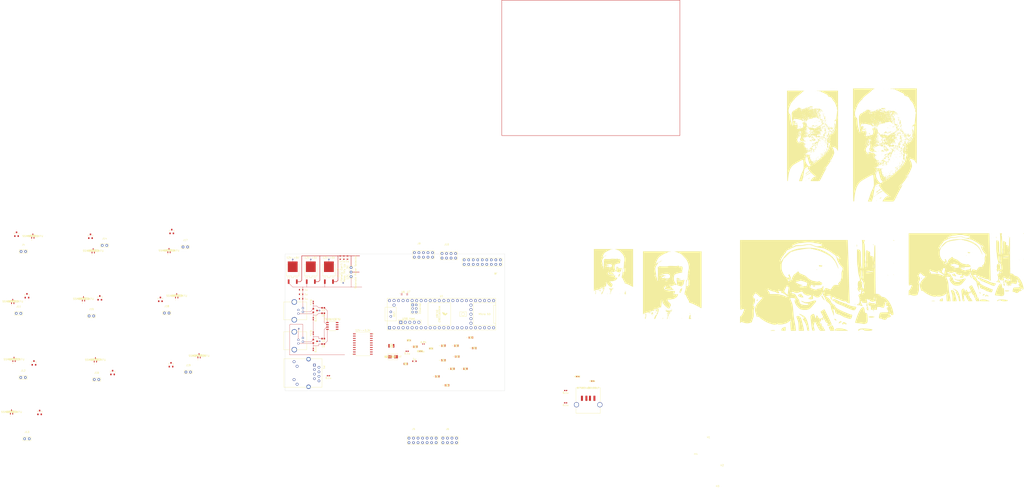
<source format=kicad_pcb>
(kicad_pcb (version 20220331) (generator pcbnew)
  (layers (0 "F.Cu" signal) (31 "B.Cu" signal) (34 "B.Paste" user) (35 "F.Paste" user) (36 "B.SilkS" user "B.Silkscreen") (37 "F.SilkS" user "F.Silkscreen") (38 "B.Mask" user) (39 "F.Mask" user) (44 "Edge.Cuts" user))
  (net 0 "")
  (net 1 "GND")
  (net 2 "/RS485_B_12V")
  (net 3 "Net-(C4-Pad2)")
  (net 4 "Net-(C5-Pad2)")
  (net 5 "Net-(C6-Pad2)")
  (net 6 "+5V")
  (net 7 "Net-(P1-RCT)")
  (net 8 "/RS485_A_12V")
  (net 9 "+3V3")
  (net 10 "Net-(U8-BIAS)")
  (net 11 "Net-(C27-Pad2)")
  (net 12 "Net-(J4-Pin_1)")
  (net 13 "/GPIO_0")
  (net 14 "Net-(J11-Pin_1)")
  (net 15 "/GPIO_3")
  (net 16 "Net-(J12-Pin_1)")
  (net 17 "/GPIO_6")
  (net 18 "Net-(J13-Pin_1)")
  (net 19 "/GPIO_9")
  (net 20 "Net-(J14-Pin_1)")
  (net 21 "/GPIO_1")
  (net 22 "Net-(J15-Pin_1)")
  (net 23 "/GPIO_4")
  (net 24 "Net-(J16-Pin_1)")
  (net 25 "/GPIO_7")
  (net 26 "Net-(U8-SW)")
  (net 27 "Net-(J17-Pin_1)")
  (net 28 "/GPIO_2")
  (net 29 "Net-(J18-Pin_1)")
  (net 30 "/GPIO_5")
  (net 31 "Net-(J19-Pin_1)")
  (net 32 "/GPIO_8")
  (net 33 "/USB_D+")
  (net 34 "/USB_D-")
  (net 35 "/Solenoid_Power")
  (net 36 "/I2C_2_SCL")
  (net 37 "/I2C_2_SDA")
  (net 38 "/GPIO_10")
  (net 39 "/SPI_1_CS")
  (net 40 "/SPI_1_MISO")
  (net 41 "/SPI_1_MOSI")
  (net 42 "/SPI_1_SCK")
  (net 43 "/SPI_0_SCK")
  (net 44 "/SPI_0_MOSI")
  (net 45 "/SPI_0_MISO")
  (net 46 "/SPI_0_CS_0")
  (net 47 "/SPI_0_CS_1")
  (net 48 "/GPIO_16")
  (net 49 "/GPIO_17")
  (net 50 "/GPIO_18")
  (net 51 "/GPIO_19")
  (net 52 "/GPIO_20")
  (net 53 "/GPIO_11")
  (net 54 "/GPIO_12")
  (net 55 "/GPIO_13")
  (net 56 "/GPIO_14")
  (net 57 "/GPIO_15")
  (net 58 "/I2C_0_SDA")
  (net 59 "/I2C_0_SCL")
  (net 60 "/I2C_1_SCL")
  (net 61 "/I2C_1_SDA")
  (net 62 "/Encoder_1_CW")
  (net 63 "/Encoder_1_CCW")
  (net 64 "/Encoder_0_CW")
  (net 65 "/Encoder_0_CCW")
  (net 66 "/T+_Ethernet")
  (net 67 "/T-_Ethernet")
  (net 68 "/R+_Ethernet")
  (net 69 "/R-_Ethernet")
  (net 70 "/LED_Ethernet")
  (net 71 "Net-(U5-A)")
  (net 72 "Net-(U5-B)")
  (net 73 "Net-(U5-Z)")
  (net 74 "Net-(U5-Y)")
  (net 75 "Net-(U8-PWRGD)")
  (net 76 "Net-(U8-COMP)")
  (net 78 "/V_USB")
  (net 79 "Net-(U1-23_A9_CRX1_MCLK1)")
  (net 80 "Net-(U1-22_A8_CTX1)")
  (net 81 "Net-(U1-21_A7_RX5_BCLK1)")
  (net 82 "Net-(U1-20_A6_TX5_LRCLK1)")
  (net 83 "/RS485_TXD")
  (net 84 "/RS485_RXD")
  (net 85 "/USB_IN_D+")
  (net 86 "/USB_IN_D-")
  (net 87 "Net-(D2-Pad2)")
  (footprint "12V5V Regulator:MC78M05CDTRKG" (layer "F.Cu") (at 33.274 32.22625)
    (fp_text reference "U4" hide)
    (fp_text value "12V->5V")
  )
  (footprint "Toshiba MOSFET:SSM3K7002KFU" (layer "F.Cu") (at -19.304 80.264)
    (fp_text reference "MOSFET10")
    (fp_text value "SSM3K7002KFU")
  )
  (footprint "Toshiba MOSFET:SSM3K7002KFU" (layer "F.Cu") (at -78.74 21.336)
    (fp_text reference "MOSFET5")
    (fp_text value "SSM3K7002KFU")
  )
  (footprint "Ethernet:J1B1211CCD" (layer "F.Cu") (at 39.116 89.916 -90)
    (fp_text reference "P1")
    (fp_text value "J1B1211CCD")
  )
  (footprint "0.1 uF Cap:0402YC104KAT2A" (layer "F.Cu") (at 186.467999 106.68)
    (fp_text reference "C12" hide)
    (fp_text value "0.1u")
  )
  (footprint "Toshiba MOSFET:SSM3K7002KFU" (layer "F.Cu") (at -123.19 82.296)
    (fp_text reference "MOSFET3")
    (fp_text value "SSM3K7002KFU")
  )
  (footprint "MountingHole:MountingHole_2.5mm" (layer "F.Cu") (at 266.7 129.54)
    (fp_text reference "H1")
    (fp_text value "MountingHole")
  )
  (footprint "Dual Diode:PESD1FLEX215" (layer "F.Cu") (at -75.046 47.808)
    (fp_text reference "D8" hide)
    (fp_text value "PESD1FLEX,215")
  )
  (footprint "10 nF Cap:0402YC103KAT2A" (layer "F.Cu") (at 201.707999 94.488)
    (fp_text reference "C14")
    (fp_text value "10n")
  )
  (footprint "10 Res:RNCP0603FTD10R0" (layer "F.Cu") (at 50.409413 70.612)
    (fp_text reference "R2" hide)
    (fp_text value "10")
  )
  (footprint "1 uF Cap:C1608X7R1C105K080AC" (layer "F.Cu") (at 61.976 25.146 90)
    (fp_text reference "C8" hide)
    (fp_text value "1u")
  )
  (footprint "1 uF Cap:C1608X7R1C105K080AC" (layer "F.Cu") (at 37.973 43.18)
    (fp_text reference "C3" hide)
    (fp_text value "1u")
  )
  (footprint "Toshiba MOSFET:SSM3K7002KFU" (layer "F.Cu") (at -36.180001 21.207499)
    (fp_text reference "MOSFET8")
    (fp_text value "SSM3K7002KFU")
  )
  (footprint "Toshiba MOSFET:SSM3K7002KFU" (layer "F.Cu") (at -77.499998 82.553002)
    (fp_text reference "MOSFET7")
    (fp_text value "SSM3K7002KFU")
  )
  (footprint "Toshiba MOSFET:SSM3K7002KFU" (layer "F.Cu") (at -123.922002 49.784)
    (fp_text reference "MOSFET2")
    (fp_text value "SSM3K7002KFU")
  )
  (footprint "look of disapproval:look of disapproval" (layer "F.Cu") (at 58.810587 33.782 90)
    (fp_text reference "G***" hide)
    (fp_text value "LOGO" hide)
  )
  (footprint "Toshiba MOSFET:SSM3K7002KFU" (layer "F.Cu") (at -84.19 48.316)
    (fp_text reference "MOSFET6")
    (fp_text value "SSM3K7002KFU")
  )
  (footprint "12V5V Regulator:MC78M05CDTRKG" (layer "F.Cu") (at 53.594 32.22625)
    (fp_text reference "U3" hide)
    (fp_text value "12V->5V")
  )
  (footprint "10 Res:RNCP0603FTD10R0" (layer "F.Cu") (at 50.409413 56.388)
    (fp_text reference "R3" hide)
    (fp_text value "10")
  )
  (footprint "Dual Diode:PESD1FLEX215" (layer "F.Cu") (at -67.849398 89.732002)
    (fp_text reference "D9" hide)
    (fp_text value "PESD1FLEX,215")
  )
  (footprint "0.1 uF Cap:0402YC104KAT2A" (layer "F.Cu") (at 44.821413 76.708 90)
    (fp_text reference "C6" hide)
    (fp_text value "0.1u")
  )
  (footprint "look of disapproval:Deep Fried Joe 2.5in" (layer "F.Cu") (at 365.76 -38.1)
    (fp_text reference "G***")
    (fp_text value "LOGO" hide)
  )
  (footprint "Dual Diode:PESD1FLEX215" (layer "F.Cu") (at -35.052 85.344)
    (fp_text reference "D13" hide)
    (fp_text value "PESD1FLEX,215")
  )
  (footprint "22 uF Cap:CL21A226MQQNNNE" (layer "F.Cu") (at 135.216 75.936)
    (fp_text reference "C18")
    (fp_text value "22u")
  )
  (footprint "Header:Conn_1x2" (layer "F.Cu") (at -117.206001 126.871499)
    (fp_text reference "J13")
    (fp_text value "Conn_01x02_Male")
  )
  (footprint "Header:Conn_2x4" (layer "F.Cu") (at 117.094 25.4)
    (fp_text reference "J10")
    (fp_text value "Encoder")
  )
  (footprint "0.1 uF Cap:0402YC104KAT2A" (layer "F.Cu") (at 44.821413 67.564 -90)
    (fp_text reference "C4" hide)
    (fp_text value "0.1u")
  )
  (footprint "Dual Diode:PESD1FLEX215" (layer "F.Cu") (at -80.264 13.208)
    (fp_text reference "D7" hide)
    (fp_text value "PESD1FLEX,215")
  )
  (footprint "MountingHole:MountingHole_2.5mm" (layer "F.Cu") (at 274.32 145.288)
    (fp_text reference "H2")
    (fp_text value "MountingHole")
  )
  (footprint "20K Res:SR1-0805-320" (layer "F.Cu") (at 96.7105 84.836)
    (fp_text reference "R5")
    (fp_text value "20k")
  )
  (footprint "Toshiba MOSFET:SSM3K7002KFU" (layer "F.Cu") (at -112.634001 13.079499)
    (fp_text reference "MOSFET1")
    (fp_text value "SSM3K7002KFU")
  )
  (footprint "22 uF Cap:CL21A226MQQNNNE" (layer "F.Cu") (at 125.146 74.614)
    (fp_text reference "C29")
    (fp_text value "22u")
  )
  (footprint "0.1 uF Cap:0402YC104KAT2A" (layer "F.Cu") (at 44.821413 59.436 90)
    (fp_text reference "C7" hide)
    (fp_text value "0.1u")
  )
  (footprint "Header:Conn_2x5" (layer "F.Cu") (at 101.6 24.892)
    (fp_text reference "J9")
    (fp_text value "I2C 1-2")
  )
  (footprint "look of disapproval:Cauchy Bowser Seal 1.5in" (layer "F.Cu") (at 246.38 40.64)
    (fp_text reference "G***")
    (fp_text value "LOGO" hide)
  )
  (footprint "22 uF Cap:CL21A226MQQNNNE" (layer "F.Cu") (at 117.856 74.614)
    (fp_text reference "C24")
    (fp_text value "22u")
  )
  (footprint "10 nF Cap:0402YC103KAT2A" (layer "F.Cu") (at 193.271999 91.922)
    (fp_text reference "C13")
    (fp_text value "10n")
  )
  (footprint "22 uF Cap:CL21A226MQQNNNE" (layer "F.Cu") (at 133.274 70.042)
    (fp_text reference "C23")
    (fp_text value "22u")
  )
  (footprint "Toshiba MOSFET:SSM3K7002KFU" (layer "F.Cu") (at -124.584001 111.823499)
    (fp_text reference "MOSFET4")
    (fp_text value "SSM3K7002KFU")
  )
  (footprint "Nexperia Level Shifter:74AXP2T3407GSX" (layer "F.Cu") (at 97.536 45.72)
    (fp_text reference "U7")
    (fp_text value "74AXP2T3407GSX")
  )
  (footprint "Dual Diode:PESD1FLEX215" (layer "F.Cu") (at 45.837413 54.864 -90)
    (fp_text reference "D2" hide)
    (fp_text value "PESD1FLEX,215")
  )
  (footprint "Header:Conn_1x2" (layer "F.Cu") (at -81.026 57.912)
    (fp_text reference "J15")
    (fp_text value "Conn_01x02_Male")
  )
  (footprint "22 uF Cap:CL21A226MQQNNNE" (layer "F.Cu") (at 114.478 91.886)
    (fp_text reference "C21")
    (fp_text value "22u")
  )
  (footprint "look of disapproval:Deep Fried Joe 2in" (layer "F.Cu") (at 325.12 -43.18)
    (fp_text reference "G***")
    (fp_text value "LOGO" hide)
  )
  (footprint "22 uF Cap:CL21A226MQQNNNE" (layer "F.Cu") (at 122.916 87.616)
    (fp_text reference "C30")
    (fp_text value "22u")
  )
  (footprint "RS485:MTJ-642BX2" (layer "F.Cu") (at 33.601413 63.963)
    (fp_text reference "J2" hide)
    (fp_text value "TX_PORT")
  )
  (footprint "Header:Conn_2x7" (layer "F.Cu") (at 98.552 129.032)
    (fp_text reference "J5")
    (fp_text value "GPIO Bank 0")
  )
  (footprint "10K Res:SR1-0603-310" (layer "F.Cu") (at 98.552 71.628)
    (fp_text reference "R7")
    (fp_text value "10K")
  )
  (footprint "10 Res:RNCP0603FTD10R0" (layer "F.Cu") (at 50.409413 73.66)
    (fp_text reference "R1" hide)
    (fp_text value "10")
  )
  (footprint "Nexperia Level Shifter:74AXP2T3407GSX" (layer "F.Cu") (at 94.466 45.72)
    (fp_text reference "U6")
    (fp_text value "74AXP2T3407GSX")
  )
  (footprint "Header:Conn_1x2" (layer "F.Cu") (at -78.119999 93.600501)
    (fp_text reference "J16")
    (fp_text value "Conn_01x02_Male")
  )
  (footprint "0.01 uF cap:CL05B103KO5NNNC" (layer "F.Cu") (at 105.156 77.724)
    (fp_text reference "C25")
    (fp_text value "0.01u")
  )
  (footprint "0.1 uF Cap:0402YC104KAT2A" (layer "F.Cu") (at 44.821413 50.292 -90)
    (fp_text reference "C5" hide)
    (fp_text value "0.1u")
  )
  (footprint "Header:Conn_2x9" (layer "F.Cu") (at 149.86 26.416 180)
    (fp_text reference "J8")
    (fp_text value "GPIO Bank 1")
  )
  (footprint "12V5V Regulator:MC78M05CDTRKG" (layer "F.Cu") (at 43.434 32.22625)
    (fp_text reference "U2" hide)
    (fp_text value "12V->5V")
  )
  (footprint "CDBA340-HF Diode:CDBA340-HF" (layer "F.Cu") (at 89.536751 80.8355)
    (fp_text reference "D10")
    (fp_text value "CDBA340-HF")
  )
  (footprint "Header:Conn_1x2" (layer "F.Cu") (at -119.38 92.456)
    (fp_text reference "J12")
    (fp_text value "Conn_01x02_Male")
  )
  (footprint "22 uF Cap:CL21A226MQQNNNE" (layer "F.Cu") (at 119.956 96.846)
    (fp_text reference "C20")
    (fp_text value "22u")
  )
  (footprint "look of disapproval:test 1.5in" (layer "F.Cu") (at 411.48 30.48)
    (fp_text reference "G***")
    (fp_text value "LOGO" hide)
  )
  (footprint "Dual Diode:PESD1FLEX215" (layer "F.Cu") (at -121.778001 12.063499)
    (fp_text reference "D3" hide)
    (fp_text value "PESD1FLEX,215")
  )
  (footprint "33SW:MIC2178-33YWM" (layer "F.Cu") (at 72.644 73.66)
    (fp_text reference "U8" hide)
    (fp_text value "12V->3.3V")
  )
  (footprint "Header:Conn_1x2" (layer "F.Cu") (at -26.67 89.408)
    (fp_text reference "J19")
    (fp_text value "Conn_01x02_Male")
  )
  (footprint "Header:Conn_1x2" (layer "F.Cu") (at -119.238001 21.715499)
    (fp_text reference "J4")
    (fp_text value "Conn_01x02_Male")
  )
  (footprint "RS485 To UART:ISL83490IBZ" (layer "F.Cu") (at 55.489413 63.5 180)
    (fp_text reference "U5" hide)
    (fp_text value "ISL83490IBZ")
  )
  (footprint "1 uF Cap:C1608X7R1C105K080AC" (layer "F.Cu") (at 59.944 25.146 90)
    (fp_text reference "C10" hide)
    (fp_text value "1u")
  )
  (footprint "22 uF Cap:CL21A226MQQNNNE" (layer "F.Cu") (at 130.206 87.616)
    (fp_text reference "C22")
    (fp_text value "22u")
  )
  (footprint "Header:Conn_1x2" (layer "F.Cu") (at -73.66 18.288)
    (fp_text reference "J14")
    (fp_text value "Conn_01x02_Male")
  )
  (footprint "look of disapproval:test 2in" (layer "F.Cu") (at 327.66 40.64)
    (fp_text reference "G***")
    (fp_text value "LOGO" hide)
  )
  (footprint "0.1 uF Cap:0402YC104KAT2A" (layer "F.Cu") (at 53.34 91.44)
    (fp_text reference "C15" hide)
    (fp_text value "0.1u")
  )
  (footprint "33 uH Inductor:LB3218T330K" (layer "F.Cu") (at 88.63965 74.676)
    (fp_text reference "L1")
    (fp_text value "33u")
  )
  (footprint "1 uF Cap:C1608X7R1C105K080AC" (layer "F.Cu") (at 64.008 25.146 90)
    (fp_text reference "C9" hide)
    (fp_text value "1u")
  )
  (footprint "Header:Conn_1x2" (layer "F.Cu") (at -28.306001 19.175499)
    (fp_text reference "J17")
    (fp_text value "Conn_01x02_Male")
  )
  (footprint "Teensy:Teensy41" (layer "F.Cu") (at 116.84 56.896)
    (fp_text reference "U1")
    (fp_text value "Teensy4.1")
  )
  (footprint "USB 2.0 Type A:87583-2010BLF" (layer "F.Cu") (at 199.143944 105.361427)
    (fp_text reference "J3")
    (fp_text value "87583-2010BLF")
  )
  (footprint "10 Res:RNCP0603FTD10R0" (layer "F.Cu") (at 50.409413 53.34)
    (fp_text reference "R4" hide)
    (fp_text value "10")
  )
  (footprint "look of disapproval:Cauchy Bowser Seal 1in" (layer "F.Cu") (at 213.36 33.02)
    (fp_text reference "G***")
    (fp_text value "LOGO" hide)
  )
  (footprint "Header:Conn_1x2" (layer "F.Cu") (at -38.720001 56.259499)
    (fp_text reference "J18")
    (fp_text value "Conn_01x02_Male")
  )
  (footprint "MountingHole:MountingHole_2.5mm" (layer "F.Cu") (at 271.78 156.972)
    (fp_text reference "H3")
    (fp_text value "MountingHole")
  )
  (footprint "Dual Diode:PESD1FLEX215" (layer "F.Cu") (at -115.936001 46.607499)
    (fp_text reference "D4" hide)
    (fp_text value "PESD1FLEX,215")
  )
  (footprint "6.8 nF Cap:0402B682K500CT" (layer "F.Cu") (at 106.68 73.66)
    (fp_text reference "C27" hide)
    (fp_text value "6.8n")
  )
  (footprint "Dual Diode:PESD1FLEX215" (layer "F.Cu") (at 45.837413 72.136 -90)
    (fp_text reference "D1" hide)
    (fp_text value "PESD1FLEX,215")
  )
  (footprint "0.1 uF Cap:0402YC104KAT2A" (layer "F.Cu") (at 97.536 77.724)
    (fp_text reference "C28" hide)
    (fp_text value "0.1u")
  )
  (footprint "Dual Diode:PESD1FLEX215" (layer "F.Cu") (at -108.824001 112.139499)
    (fp_text reference "D6" hide)
    (fp_text value "PESD1FLEX,215")
  )
  (footprint "Dual Diode:PESD1FLEX215" (layer "F.Cu") (at -112.014 84.328)
    (fp_text reference "D5" hide)
    (fp_text value "PESD1FLEX,215")
  )
  (footprint "Header:Conn_2x4" (layer "F.Cu") (at 117.602 129.032)
    (fp_text reference "J6")
    (fp_text value "SPI 0")
  )
  (footprint "Header:Conn_1x3" (layer "F.Cu") (at 66.04 30.734 -90)
    (fp_text reference "J7" hide)
    (fp_text value "Solenoid Power Selector")
  )
  (footprint "Dual Diode:PESD1FLEX215" (layer "F.Cu") (at -41.006001 48.639499)
    (fp_text reference "D12" hide)
    (fp_text value "PESD1FLEX,215")
  )
  (footprint "Toshiba MOSFET:SSM3K7002KFU" (layer "F.Cu") (at -31.862001 46.607499)
    (fp_text reference "MOSFET9")
    (fp_text value "SSM3K7002KFU")
  )
  (footprint "Header:Conn_1x2" (layer "F.Cu") (at -121.920001 56.463499)
    (fp_text reference "J11")
    (fp_text value "Conn_01x02_Male")
  )
  (footprint "MountingHole:MountingHole_2.5mm" (layer "F.Cu") (at 259.588 138.938)
    (fp_text reference "H4")
    (fp_text value "MountingHole")
  )
  (footprint "0.1 uF Cap:0402YC104KAT2A" (layer "F.Cu") (at 186.481999 99.752)
    (fp_text reference "C11" hide)
    (fp_text value "0.1u")
  )
  (footprint "Dual Diode:PESD1FLEX215" (layer "F.Cu") (at -34.656001 10.539499)
    (fp_text reference "D11" hide)
    (fp_text value "PESD1FLEX,215")
  )
  (footprint "1 uF Cap:C1608X7R1C105K080AC" (layer "F.Cu") (at 37.973 45.72)
    (fp_text reference "C2" hide)
    (fp_text value "1u")
  )
  (footprint "22 uF Cap:CL21A226MQQNNNE" (layer "F.Cu") (at 102.108 75.184)
    (fp_text reference "C16")
    (fp_text value "22u")
  )
  (footprint "22 uF Cap:CL21A226MQQNNNE" (layer "F.Cu") (at 125.654 80.71)
    (fp_text reference "C19")
    (fp_text value "22u")
  )
  (footprint "RS485:MTJ-642BX2" (layer "F.Cu") (at 33.601413 80.727)
    (fp_text reference "J1" hide)
    (fp_text value "RX_PORT")
  )
  (footprint "1 uF Cap:C1608X7R1C105K080AC" (layer "F.Cu") (at 37.973 48.26)
    (fp_text reference "C1" hide)
    (fp_text value "1u")
  )
  (footprint "1 uF Cap:C1608X7R1C105K080AC" (layer "F.Cu") (at 101.6 83.312)
    (fp_text reference "C17" hide)
    (fp_text value "1u")
  )
  (footprint "22 uF Cap:CL21A226MQQNNNE" (layer "F.Cu") (at 117.856 82.804)
    (fp_text reference "C26")
    (fp_text value "22u")
  )
  (footprint "10K Res:SR1-0603-310" (layer "F.Cu") (at 110.9345 76.2)
    (fp_text reference "R6")
    (fp_text value "10K")
  )
  (gr_rect (start 150.66 -119.38) (end 250.66 -43.38) (stroke (width 0.2)) (fill none) (layer "F.Cu"))
  (gr_rect (start 28.956 23.114) (end 152.4 99.822) (stroke (width 0.1)) (fill none) (layer "Edge.Cuts"))
  (gr_text "5V" (at 64.008 30.48 90) (layer "F.SilkS") (effects (font (size 1 1) (thickness 0.153) bold)))
  (gr_text "Literally Can't\nMess This Up" (at 61.468 33.782 90) (layer "F.SilkS") (effects (font (size 1 1) (thickness 0.153) bold)))
  (gr_text "12V" (at 64.008 36.068 90) (layer "F.SilkS") (effects (font (size 1 1) (thickness 0.153) bold)))
  (segment (start 36.461413 71.317) (end 36.461413 65.256) (width 0.127) (layer "F.Cu") (net 1))
  (segment (start 33.274 30.27045) (end 33.274 26.205957) (width 0.127) (layer "F.Cu") (net 1))
  (segment (start 33.274 26.205957) (end 33.273896 26.205853) (width 0.127) (layer "F.Cu") (net 1))
  (segment (start 43.434 30.27045) (end 43.434 26.20715) (width 0.127) (layer "F.Cu") (net 1))
  (segment (start 36.461413 65.256) (end 36.693413 65.024) (width 0.127) (layer "F.Cu") (net 1))
  (segment (start 53.594 26.20538) (end 53.590053 26.201433) (width 0.127) (layer "F.Cu") (net 1))
  (segment (start 44.821413 59.9666) (end 44.821413 67.0334) (width 0.127) (layer "F.Cu") (net 1))
  (segment (start 43.434 26.20715) (end 43.428283 26.201433) (width 0.127) (layer "F.Cu") (net 1))
  (segment (start 53.594 30.27045) (end 53.594 26.20538) (width 0.127) (layer "F.Cu") (net 1))
  (segment (start 46.937413 72.136) (end 48.377413 72.136) (width 0.127) (layer "F.Cu") (net 1))
  (segment (start 46.937413 54.864) (end 48.313913 54.864) (width 0.127) (layer "F.Cu") (net 1))
  (via (at 53.590053 26.201433) (size 0.8) (drill 0.4) (layers "F.Cu" "B.Cu") (net 1))
  (via (at 48.377413 72.136) (size 0.8) (drill 0.4) (layers "F.Cu" "B.Cu") (net 1))
  (via (at 43.428283 26.201433) (size 0.8) (drill 0.4) (layers "F.Cu" "B.Cu") (net 1))
  (via (at 48.313913 54.864) (size 0.8) (drill 0.4) (layers "F.Cu" "B.Cu") (net 1))
  (via (at 61.595 39.37) (size 0.8) (drill 0.4) (layers "F.Cu" "B.Cu") (net 1))
  (via (at 33.273896 26.205853) (size 0.8) (drill 0.4) (layers "F.Cu" "B.Cu") (net 1))
  (via (at 36.693413 65.024) (size 0.8) (drill 0.4) (layers "F.Cu" "B.Cu") (net 1))
  (segment (start 51.304 38.63975) (end 51.304 41.652) (width 0.127) (layer "F.Cu") (net 2))
  (segment (start 66.04 35.814) (end 66.04 41.656) (width 0.127) (layer "F.Cu") (net 2))
  (segment (start 39.005387 41.656) (end 33.274 41.656) (width 0.127) (layer "F.Cu") (net 2))
  (segment (start 41.144 41.652) (end 41.148 41.656) (width 0.127) (layer "F.Cu") (net 2))
  (segment (start 30.984 39.366) (end 33.274 41.656) (width 0.127) (layer "F.Cu") (net 2))
  (segment (start 39.001413 41.659974) (end 39.005387 41.656) (width 0.127) (layer "F.Cu") (net 2))
  (segment (start 30.984 38.63975) (end 30.984 39.366) (width 0.127) (layer "F.Cu") (net 2))
  (segment (start 41.144 38.63975) (end 41.144 41.652) (width 0.127) (layer "F.Cu") (net 2))
  (segment (start 39.001413 53.533) (end 39.001413 41.659974) (width 0.127) (layer "F.Cu") (net 2))
  (segment (start 50.292 41.656) (end 39.005387 41.656) (width 0.127) (layer "F.Cu") (net 2))
  (segment (start 51.304 41.652) (end 51.308 41.656) (width 0.127) (layer "F.Cu") (net 2))
  (segment (start 50.292 41.656) (end 66.04 41.656) (width 0.127) (layer "F.Cu") (net 2))
  (segment (start 66.04 41.656) (end 72.136 41.656) (width 0.127) (layer "F.Cu") (net 2))
  (segment (start 49.763313 70.612) (end 47.869413 70.612) (width 0.127) (layer "F.Cu") (net 3))
  (segment (start 47.869413 69.596) (end 44.821413 69.596) (width 0.127) (layer "F.Cu") (net 3))
  (segment (start 44.821413 69.596) (end 44.821413 68.0946) (width 0.127) (layer "F.Cu") (net 3))
  (segment (start 39.001413 72.337) (end 43.686413 72.337) (width 0.127) (layer "F.Cu") (net 3))
  (segment (start 44.821413 69.596) (end 44.821413 70.612) (width 0.127) (layer "F.Cu") (net 3))
  (segment (start 44.837413 70.628) (end 44.837413 71.186) (width 0.127) (layer "F.Cu") (net 3))
  (segment (start 43.686413 72.337) (end 44.837413 71.186) (width 0.127) (layer "F.Cu") (net 3))
  (segment (start 47.869413 70.612) (end 47.869413 69.596) (width 0.127) (layer "F.Cu") (net 3))
  (segment (start 44.821413 70.612) (end 44.837413 70.628) (width 0.127) (layer "F.Cu") (net 3))
  (segment (start 44.821413 52.324) (end 44.821413 53.34) (width 0.127) (layer "F.Cu") (net 4))
  (segment (start 44.821413 52.324) (end 44.821413 50.8226) (width 0.127) (layer "F.Cu") (net 4))
  (segment (start 39.001413 55.573) (end 43.178413 55.573) (width 0.127) (layer "F.Cu") (net 4))
  (segment (start 43.178413 55.573) (end 44.837413 53.914) (width 0.127) (layer "F.Cu") (net 4))
  (segment (start 46.853413 52.324) (end 44.821413 52.324) (width 0.127) (layer "F.Cu") (net 4))
  (segment (start 49.763313 53.34) (end 47.869413 53.34) (width 0.127) (layer "F.Cu") (net 4))
  (segment (start 47.869413 53.34) (end 46.853413 52.324) (width 0.127) (layer "F.Cu") (net 4))
  (segment (start 44.821413 53.34) (end 44.837413 53.356) (width 0.127) (layer "F.Cu") (net 4))
  (segment (start 44.837413 53.356) (end 44.837413 53.914) (width 0.127) (layer "F.Cu") (net 4))
  (segment (start 49.763313 73.66) (end 47.869413 73.66) (width 0.127) (layer "F.Cu") (net 5))
  (segment (start 44.821413 74.676) (end 44.821413 76.1774) (width 0.127) (layer "F.Cu") (net 5))
  (segment (start 47.869413 74.676) (end 44.821413 74.676) (width 0.127) (layer "F.Cu") (net 5))
  (segment (start 36.461413 73.357) (end 44.566413 73.357) (width 0.127) (layer "F.Cu") (net 5))
  (segment (start 44.837413 73.644) (end 44.837413 73.086) (width 0.127) (layer "F.Cu") (net 5))
  (segment (start 44.821413 73.66) (end 44.837413 73.644) (width 0.127) (layer "F.Cu") (net 5))
  (segment (start 44.566413 73.357) (end 44.837413 73.086) (width 0.127) (layer "F.Cu") (net 5))
  (segment (start 47.869413 73.66) (end 47.869413 74.676) (width 0.127) (layer "F.Cu") (net 5))
  (segment (start 44.821413 74.676) (end 44.821413 73.66) (width 0.127) (layer "F.Cu") (net 5))
  (segment (start 38.354 37.89045) (end 38.354 24.17445) (width 0.254) (layer "F.Cu") (net 6))
  (segment (start 55.884 38.63975) (end 57.9247 38.63975) (width 0.254) (layer "F.Cu") (net 6))
  (segment (start 47.7647 38.63975) (end 48.514 37.89045) (width 0.254) (layer "F.Cu") (net 6))
  (segment (start 37.6047 38.63975) (end 38.354 37.89045) (width 0.254) (layer "F.Cu") (net 6))
  (segment (start 66.04 30.734) (end 66.04 24.17445) (width 0.254) (layer "F.Cu") (net 6))
  (segment (start 57.9247 38.63975) (end 58.674 37.89045) (width 0.254) (layer "F.Cu") (net 6))
  (segment (start 45.724 38.63975) (end 47.7647 38.63975) (width 0.254) (layer "F.Cu") (net 6))
  (segment (start 58.674 37.89045) (end 58.674 24.17445) (width 0.254) (layer "F.Cu") (net 6))
  (segment (start 38.354 24.17445) (end 58.674 24.17445) (width 0.254) (layer "F.Cu") (net 6))
  (segment (start 58.674 24.17445) (end 70.866 24.17445) (width 0.254) (layer "F.Cu") (net 6))
  (segment (start 48.514 37.89045) (end 48.514 24.17445) (width 0.254) (layer "F.Cu") (net 6))
  (segment (start 35.564 38.63975) (end 37.6047 38.63975) (width 0.254) (layer "F.Cu") (net 6))
  (segment (start 31.496 79.756) (end 62.484 79.756) (width 0.127) (layer "F.Cu") (net 8))
  (segment (start 31.496 62.992) (end 31.496 79.756) (width 0.127) (layer "F.Cu") (net 8))
  (segment (start 32.004 62.484) (end 31.496 62.992) (width 0.127) (layer "F.Cu") (net 8))
  (segment (start 38.725413 62.484) (end 32.004 62.484) (width 0.127) (layer "F.Cu") (net 8))
  (segment (start 39.001413 70.297) (end 39.001413 62.76) (width 0.127) (layer "F.Cu") (net 8))
  (segment (start 39.001413 62.76) (end 38.725413 62.484) (width 0.127) (layer "F.Cu") (net 8))
  (segment (start 66.04 33.274) (end 70.612 33.274) (width 0.254) (layer "F.Cu") (net 35))
  (segment (start 52.765263 71.95025) (end 52.765263 65.405) (width 0.127) (layer "F.Cu") (net 71))
  (segment (start 51.055513 73.66) (end 52.765263 71.95025) (width 0.127) (layer "F.Cu") (net 71))
  (segment (start 52.314413 64.135) (end 52.765263 64.135) (width 0.127) (layer "F.Cu") (net 72))
  (segment (start 51.055513 70.612) (end 51.055513 65.3939) (width 0.127) (layer "F.Cu") (net 72))
  (segment (start 51.055513 65.3939) (end 52.314413 64.135) (width 0.127) (layer "F.Cu") (net 72))
  (segment (start 51.055513 56.388) (end 51.055513 61.6061) (width 0.127) (layer "F.Cu") (net 73))
  (segment (start 51.055513 61.6061) (end 52.765263 62.865) (width 0.127) (layer "F.Cu") (net 73))
  (segment (start 52.765263 61.595) (end 52.765263 55.04975) (width 0.127) (layer "F.Cu") (net 74))
  (segment (start 52.765263 55.04975) (end 51.055513 53.34) (width 0.127) (layer "F.Cu") (net 74))
  (segment (start 49.763313 56.388) (end 47.869413 56.388) (width 0.127) (layer "F.Cu") (net 87))
  (segment (start 36.461413 56.593) (end 44.058413 56.593) (width 0.127) (layer "F.Cu") (net 87))
  (segment (start 44.821413 56.388) (end 44.837413 56.372) (width 0.127) (layer "F.Cu") (net 87))
  (segment (start 44.837413 56.372) (end 44.837413 55.814) (width 0.127) (layer "F.Cu") (net 87))
  (segment (start 44.821413 57.404) (end 44.821413 56.388) (width 0.127) (layer "F.Cu") (net 87))
  (segment (start 44.058413 56.593) (end 44.837413 55.814) (width 0.127) (layer "F.Cu") (net 87))
  (segment (start 44.821413 57.404) (end 44.821413 58.9054) (width 0.127) (layer "F.Cu") (net 87))
  (segment (start 47.869413 56.388) (end 46.853413 57.404) (width 0.127) (layer "F.Cu") (net 87))
  (segment (start 46.853413 57.404) (end 44.821413 57.404) (width 0.127) (layer "F.Cu") (net 87))
)
</source>
